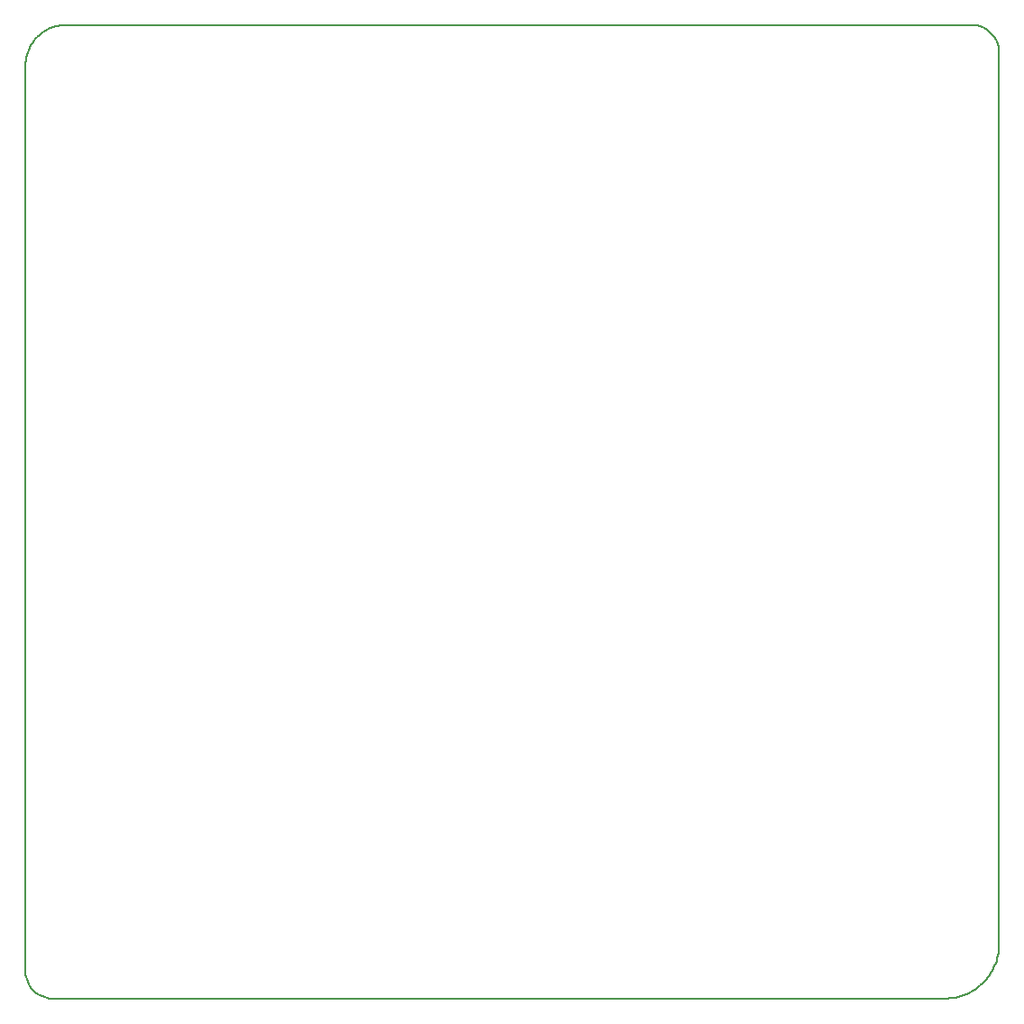
<source format=gm1>
G04*
G04 #@! TF.GenerationSoftware,Altium Limited,Altium Designer,21.7.2 (23)*
G04*
G04 Layer_Color=16711935*
%FSLAX25Y25*%
%MOIN*%
G70*
G04*
G04 #@! TF.SameCoordinates,5233C9E9-E8BD-4DB4-A303-C3663256A2A9*
G04*
G04*
G04 #@! TF.FilePolarity,Positive*
G04*
G01*
G75*
%ADD14C,0.00800*%
D14*
X125000Y100000D02*
X125048Y99020D01*
X125192Y98049D01*
X125431Y97097D01*
X125761Y96173D01*
X126181Y95286D01*
X126685Y94444D01*
X127270Y93656D01*
X127929Y92929D01*
X128656Y92270D01*
X129444Y91685D01*
X130286Y91181D01*
X131173Y90761D01*
X132097Y90431D01*
X133049Y90192D01*
X134020Y90048D01*
X135000Y90000D01*
X465000D02*
X466013Y90026D01*
X467023Y90103D01*
X468029Y90231D01*
X469026Y90409D01*
X470013Y90639D01*
X470987Y90917D01*
X471946Y91245D01*
X472887Y91621D01*
X473808Y92044D01*
X474706Y92513D01*
X475579Y93027D01*
X476425Y93585D01*
X477242Y94184D01*
X478027Y94825D01*
X478779Y95504D01*
X479496Y96221D01*
X480175Y96973D01*
X480816Y97758D01*
X481415Y98575D01*
X481973Y99421D01*
X482487Y100294D01*
X482956Y101192D01*
X483379Y102113D01*
X483755Y103054D01*
X484083Y104013D01*
X484362Y104987D01*
X484591Y105974D01*
X484769Y106972D01*
X484897Y107977D01*
X484974Y108987D01*
X485000Y110000D01*
Y440000D02*
X484952Y440980D01*
X484808Y441951D01*
X484569Y442903D01*
X484239Y443827D01*
X483819Y444714D01*
X483315Y445556D01*
X482730Y446344D01*
X482071Y447071D01*
X481344Y447730D01*
X480556Y448315D01*
X479714Y448819D01*
X478827Y449239D01*
X477903Y449569D01*
X476951Y449808D01*
X475980Y449952D01*
X475000Y450000D01*
X140000D02*
X139019Y449968D01*
X138042Y449872D01*
X137074Y449712D01*
X136118Y449489D01*
X135178Y449204D01*
X134260Y448858D01*
X133366Y448453D01*
X132500Y447990D01*
X131667Y447472D01*
X130869Y446900D01*
X130110Y446278D01*
X129393Y445607D01*
X128722Y444890D01*
X128100Y444131D01*
X127528Y443334D01*
X127010Y442500D01*
X126547Y441634D01*
X126142Y440740D01*
X125796Y439822D01*
X125511Y438882D01*
X125288Y437926D01*
X125128Y436958D01*
X125032Y435981D01*
X125000Y435000D01*
X135000Y90000D02*
X465000Y90000D01*
X485000Y110000D02*
Y440000D01*
X125000Y435000D02*
X125000Y200000D01*
X140000Y450000D02*
X475000D01*
X125000Y100000D02*
Y200000D01*
M02*

</source>
